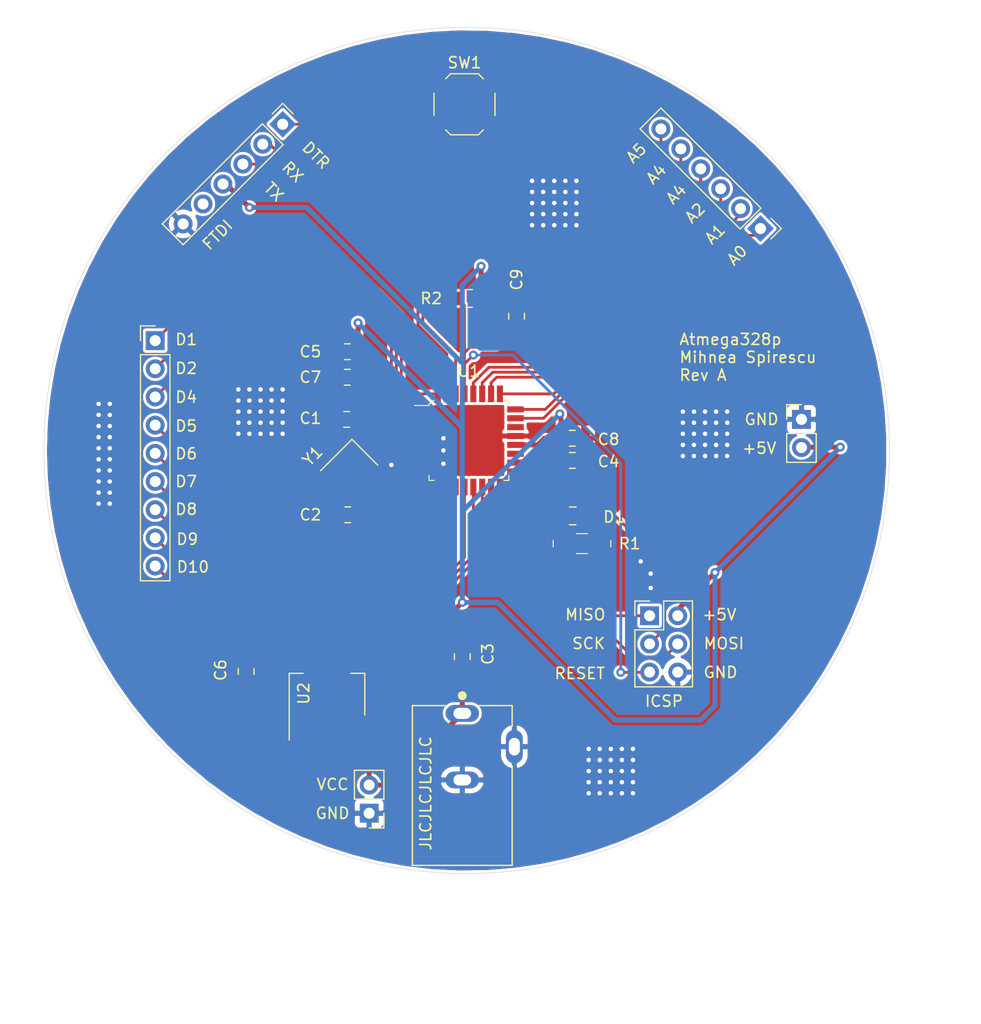
<source format=kicad_pcb>
(kicad_pcb (version 20171130) (host pcbnew "(5.1.6-0-10_14)")
  (layers (0 F.Cu signal) (31 B.Cu signal) (34 B.Paste user) (35 F.Paste user) (36 B.SilkS user) (37 F.SilkS user) (38 B.Mask user) (39 F.Mask user) (44 Edge.Cuts user))
  (net 0 "")
  (net 1 GND)
  (net 2 /XTAL1)
  (net 3 /XTAL2)
  (net 4 VCC)
  (net 5 +5V)
  (net 6 /RESET)
  (net 7 /DTR)
  (net 8 "Net-(D1-Pad1)")
  (net 9 /MISO)
  (net 10 /SCK)
  (net 11 /MOSI)
  (net 12 /TXD)
  (net 13 /RXD)
  (net 14 /A5)
  (net 15 /A4)
  (net 16 /A3)
  (net 17 /A2)
  (net 18 /A1)
  (net 19 /A0)
  (net 20 /D2)
  (net 21 /D3)
  (net 22 /D4)
  (net 23 /D5)
  (net 24 /D6)
  (net 25 /D7)
  (net 26 /D8)
  (net 27 /D9)
  (net 28 /D10)
  (net 29 "Net-(U1-Pad19)")
  (net 30 "Net-(U1-Pad22)")
  (net 31 /CTS)
  (module PJ-102B:CUI_PJ-102B (layer F.Cu) (at 61 85.8 270)
    (fp_text reference J1 hide)
    (fp_text value PJ-102B)
    (pad 1 thru_hole oval (at -6.5 0 270) (size 1.508 3.016) (drill oval 1 1.6) (layers *.Cu *.Mask) (net 4 VCC))
    (pad 2 thru_hole oval (at -0.5 0 270) (size 1.508 3.016) (drill oval 1 1.6) (layers *.Cu *.Mask) (net 1 GND))
    (pad 3 thru_hole oval (at -3.5 -4.7 270) (size 3.016 1.508) (drill oval 1.6 1) (layers *.Cu *.Mask) (net 1 GND))
  )
  (module Capacitor_SMD:C_0805_2012Metric_Pad1.15x1.40mm_HandSolder (layer F.Cu) (at 50.575 52.8 180)
    (fp_text reference C1 (at 3.275 0.1) (layer F.SilkS))
    (fp_text value 22pf)
    (pad 2 smd roundrect (at 1.025 0 180) (size 1.15 1.4) (layers F.Cu F.Paste F.Mask) (roundrect_rratio 0.217391) (net 1 GND))
    (pad 1 smd roundrect (at -1.025 0 180) (size 1.15 1.4) (layers F.Cu F.Paste F.Mask) (roundrect_rratio 0.217391) (net 2 /XTAL1))
  )
  (module Capacitor_SMD:C_0805_2012Metric_Pad1.15x1.40mm_HandSolder (layer F.Cu) (at 50.675 61.4 180)
    (fp_text reference C2 (at 3.375 0) (layer F.SilkS))
    (fp_text value 22pf)
    (pad 1 smd roundrect (at -1.025 0 180) (size 1.15 1.4) (layers F.Cu F.Paste F.Mask) (roundrect_rratio 0.217391) (net 3 /XTAL2))
    (pad 2 smd roundrect (at 1.025 0 180) (size 1.15 1.4) (layers F.Cu F.Paste F.Mask) (roundrect_rratio 0.217391) (net 1 GND))
  )
  (module Capacitor_SMD:C_0805_2012Metric_Pad1.15x1.40mm_HandSolder (layer F.Cu) (at 61 74.175 90)
    (fp_text reference C3 (at 0.225 2.3 90) (layer F.SilkS))
    (fp_text value 10uf)
    (pad 2 smd roundrect (at 1.025 0 90) (size 1.15 1.4) (layers F.Cu F.Paste F.Mask) (roundrect_rratio 0.217391) (net 1 GND))
    (pad 1 smd roundrect (at -1.025 0 90) (size 1.15 1.4) (layers F.Cu F.Paste F.Mask) (roundrect_rratio 0.217391) (net 4 VCC))
  )
  (module Capacitor_SMD:C_0805_2012Metric_Pad1.15x1.40mm_HandSolder (layer F.Cu) (at 70.925 56.5 180)
    (fp_text reference C4 (at -3.275 -0.1) (layer F.SilkS))
    (fp_text value 100nf)
    (pad 1 smd roundrect (at -1.025 0 180) (size 1.15 1.4) (layers F.Cu F.Paste F.Mask) (roundrect_rratio 0.217391) (net 1 GND))
    (pad 2 smd roundrect (at 1.025 0 180) (size 1.15 1.4) (layers F.Cu F.Paste F.Mask) (roundrect_rratio 0.217391) (net 5 +5V))
  )
  (module Capacitor_SMD:C_0805_2012Metric_Pad1.15x1.40mm_HandSolder (layer F.Cu) (at 50.625 49)
    (fp_text reference C5 (at -3.325 -2.3) (layer F.SilkS))
    (fp_text value 100nf)
    (pad 2 smd roundrect (at 1.025 0) (size 1.15 1.4) (layers F.Cu F.Paste F.Mask) (roundrect_rratio 0.217391) (net 5 +5V))
    (pad 1 smd roundrect (at -1.025 0) (size 1.15 1.4) (layers F.Cu F.Paste F.Mask) (roundrect_rratio 0.217391) (net 1 GND))
  )
  (module Capacitor_SMD:C_0805_2012Metric_Pad1.15x1.40mm_HandSolder (layer F.Cu) (at 41.5 75.525 270)
    (fp_text reference C6 (at -0.125 2.3 90) (layer F.SilkS))
    (fp_text value 22uf)
    (pad 1 smd roundrect (at -1.025 0 270) (size 1.15 1.4) (layers F.Cu F.Paste F.Mask) (roundrect_rratio 0.217391) (net 5 +5V))
    (pad 2 smd roundrect (at 1.025 0 270) (size 1.15 1.4) (layers F.Cu F.Paste F.Mask) (roundrect_rratio 0.217391) (net 1 GND))
  )
  (module Capacitor_SMD:C_0805_2012Metric_Pad1.15x1.40mm_HandSolder (layer F.Cu) (at 50.625 46.7 180)
    (fp_text reference C7 (at 3.325 -2.3) (layer F.SilkS))
    (fp_text value 100nf)
    (pad 1 smd roundrect (at -1.025 0 180) (size 1.15 1.4) (layers F.Cu F.Paste F.Mask) (roundrect_rratio 0.217391) (net 5 +5V))
    (pad 2 smd roundrect (at 1.025 0 180) (size 1.15 1.4) (layers F.Cu F.Paste F.Mask) (roundrect_rratio 0.217391) (net 1 GND))
  )
  (module Capacitor_SMD:C_0805_2012Metric_Pad1.15x1.40mm_HandSolder (layer F.Cu) (at 70.925 54.5)
    (fp_text reference C8 (at 3.275 0.1) (layer F.SilkS))
    (fp_text value 100nf)
    (pad 2 smd roundrect (at 1.025 0) (size 1.15 1.4) (layers F.Cu F.Paste F.Mask) (roundrect_rratio 0.217391) (net 1 GND))
    (pad 1 smd roundrect (at -1.025 0) (size 1.15 1.4) (layers F.Cu F.Paste F.Mask) (roundrect_rratio 0.217391) (net 5 +5V))
  )
  (module Capacitor_SMD:C_0805_2012Metric_Pad1.15x1.40mm_HandSolder (layer F.Cu) (at 65.9 43.5 90)
    (fp_text reference C9 (at 3.3 0 90) (layer F.SilkS))
    (fp_text value 0.1uf)
    (pad 1 smd roundrect (at -1.025 0 90) (size 1.15 1.4) (layers F.Cu F.Paste F.Mask) (roundrect_rratio 0.217391) (net 6 /RESET))
    (pad 2 smd roundrect (at 1.025 0 90) (size 1.15 1.4) (layers F.Cu F.Paste F.Mask) (roundrect_rratio 0.217391) (net 7 /DTR))
  )
  (module digikey-footprints:1206 (layer F.Cu) (at 71.8 64)
    (fp_text reference D1 (at 2.9 -2.4) (layer F.SilkS))
    (fp_text value LTST-C150CKT)
    (pad 1 smd rect (at -1.8 0) (size 1.5 1.8) (layers F.Cu F.Paste F.Mask) (net 8 "Net-(D1-Pad1)"))
    (pad 2 smd rect (at 1.8 0) (size 1.5 1.8) (layers F.Cu F.Paste F.Mask) (net 1 GND))
  )
  (module Connector_PinHeader_2.54mm:PinHeader_1x02_P2.54mm_Vertical (layer F.Cu) (at 52.6 88.3 180)
    (fp_text reference J2 hide)
    (fp_text value Conn_01x02)
    (pad 1 thru_hole rect (at 0 0 180) (size 1.7 1.7) (drill 1) (layers *.Cu *.Mask) (net 1 GND))
    (pad 2 thru_hole oval (at 0 2.54 180) (size 1.7 1.7) (drill 1) (layers *.Cu *.Mask) (net 4 VCC))
  )
  (module Connector_PinHeader_2.54mm:PinHeader_1x02_P2.54mm_Vertical (layer F.Cu) (at 91.6 52.8)
    (fp_text reference J3 hide)
    (fp_text value Conn_01x02)
    (pad 2 thru_hole oval (at 0 2.54) (size 1.7 1.7) (drill 1) (layers *.Cu *.Mask) (net 5 +5V))
    (pad 1 thru_hole rect (at 0 0) (size 1.7 1.7) (drill 1) (layers *.Cu *.Mask) (net 1 GND))
  )
  (module Connector_PinHeader_2.54mm:PinHeader_2x03_P2.54mm_Vertical (layer F.Cu) (at 77.9 70.5)
    (fp_text reference J4 hide)
    (fp_text value Conn_02x03_Counter_Clockwise)
    (pad 1 thru_hole rect (at 0 0) (size 1.7 1.7) (drill 1) (layers *.Cu *.Mask) (net 9 /MISO))
    (pad 2 thru_hole oval (at 2.54 0) (size 1.7 1.7) (drill 1) (layers *.Cu *.Mask) (net 5 +5V))
    (pad 3 thru_hole oval (at 0 2.54) (size 1.7 1.7) (drill 1) (layers *.Cu *.Mask) (net 10 /SCK))
    (pad 4 thru_hole oval (at 2.54 2.54) (size 1.7 1.7) (drill 1) (layers *.Cu *.Mask) (net 11 /MOSI))
    (pad 5 thru_hole oval (at 0 5.08) (size 1.7 1.7) (drill 1) (layers *.Cu *.Mask) (net 6 /RESET))
    (pad 6 thru_hole oval (at 2.54 5.08) (size 1.7 1.7) (drill 1) (layers *.Cu *.Mask) (net 1 GND))
  )
  (module Connector_PinHeader_2.54mm:PinHeader_1x06_P2.54mm_Vertical (layer F.Cu) (at 44.8 26.2 315)
    (fp_text reference J5 hide)
    (fp_text value Conn_01x06)
    (pad 1 thru_hole rect (at 0 0 315) (size 1.7 1.7) (drill 1) (layers *.Cu *.Mask) (net 7 /DTR))
    (pad 2 thru_hole oval (at 0 2.54 315) (size 1.7 1.7) (drill 1) (layers *.Cu *.Mask) (net 13 /RXD))
    (pad 3 thru_hole oval (at 0 5.08 315) (size 1.7 1.7) (drill 1) (layers *.Cu *.Mask) (net 12 /TXD))
    (pad 4 thru_hole oval (at 0 7.62 315) (size 1.7 1.7) (drill 1) (layers *.Cu *.Mask) (net 5 +5V))
    (pad 5 thru_hole oval (at 0 10.16 315) (size 1.7 1.7) (drill 1) (layers *.Cu *.Mask) (net 31 /CTS))
    (pad 6 thru_hole oval (at 0 12.7 315) (size 1.7 1.7) (drill 1) (layers *.Cu *.Mask) (net 1 GND))
  )
  (module Connector_PinHeader_2.54mm:PinHeader_1x06_P2.54mm_Vertical (layer F.Cu) (at 87.9 35.6 225)
    (fp_text reference J6 hide)
    (fp_text value Conn_01x06_Female)
    (pad 6 thru_hole oval (at 0 12.7 225) (size 1.7 1.7) (drill 1) (layers *.Cu *.Mask) (net 14 /A5))
    (pad 5 thru_hole oval (at 0 10.16 225) (size 1.7 1.7) (drill 1) (layers *.Cu *.Mask) (net 15 /A4))
    (pad 4 thru_hole oval (at 0 7.62 225) (size 1.7 1.7) (drill 1) (layers *.Cu *.Mask) (net 16 /A3))
    (pad 3 thru_hole oval (at 0 5.08 225) (size 1.7 1.7) (drill 1) (layers *.Cu *.Mask) (net 17 /A2))
    (pad 2 thru_hole oval (at 0 2.54 225) (size 1.7 1.7) (drill 1) (layers *.Cu *.Mask) (net 18 /A1))
    (pad 1 thru_hole rect (at 0 0 225) (size 1.7 1.7) (drill 1) (layers *.Cu *.Mask) (net 19 /A0))
  )
  (module Connector_PinHeader_2.54mm:PinHeader_1x09_P2.54mm_Vertical (layer F.Cu) (at 33.3 45.7)
    (fp_text reference J7 hide)
    (fp_text value Conn_01x09_Female)
    (pad 1 thru_hole rect (at 0 0) (size 1.7 1.7) (drill 1) (layers *.Cu *.Mask) (net 20 /D2))
    (pad 2 thru_hole oval (at 0 2.54) (size 1.7 1.7) (drill 1) (layers *.Cu *.Mask) (net 21 /D3))
    (pad 3 thru_hole oval (at 0 5.08) (size 1.7 1.7) (drill 1) (layers *.Cu *.Mask) (net 22 /D4))
    (pad 4 thru_hole oval (at 0 7.62) (size 1.7 1.7) (drill 1) (layers *.Cu *.Mask) (net 23 /D5))
    (pad 5 thru_hole oval (at 0 10.16) (size 1.7 1.7) (drill 1) (layers *.Cu *.Mask) (net 24 /D6))
    (pad 6 thru_hole oval (at 0 12.7) (size 1.7 1.7) (drill 1) (layers *.Cu *.Mask) (net 25 /D7))
    (pad 7 thru_hole oval (at 0 15.24) (size 1.7 1.7) (drill 1) (layers *.Cu *.Mask) (net 26 /D8))
    (pad 8 thru_hole oval (at 0 17.78) (size 1.7 1.7) (drill 1) (layers *.Cu *.Mask) (net 27 /D9))
    (pad 9 thru_hole oval (at 0 20.32) (size 1.7 1.7) (drill 1) (layers *.Cu *.Mask) (net 28 /D10))
  )
  (module digikey-footprints:0805 (layer F.Cu) (at 70.95 61.5 180)
    (fp_text reference R1 (at -5.15 -2.5) (layer F.SilkS))
    (fp_text value 330)
    (pad 2 smd rect (at 1.05 0 180) (size 1.2 1.2) (layers F.Cu F.Paste F.Mask) (net 10 /SCK))
    (pad 1 smd rect (at -1.05 0 180) (size 1.2 1.2) (layers F.Cu F.Paste F.Mask) (net 8 "Net-(D1-Pad1)"))
  )
  (module digikey-footprints:0805 (layer F.Cu) (at 61.6 41.9 180)
    (fp_text reference R2 (at 3.4 0) (layer F.SilkS))
    (fp_text value 10k)
    (pad 1 smd rect (at -1.05 0 180) (size 1.2 1.2) (layers F.Cu F.Paste F.Mask) (net 5 +5V))
    (pad 2 smd rect (at 1.05 0 180) (size 1.2 1.2) (layers F.Cu F.Paste F.Mask) (net 6 /RESET))
  )
  (module Button_Switch_SMD:SW_SPST_TL3342 (layer F.Cu) (at 61.2 24.4)
    (fp_text reference SW1 (at 0 -3.75) (layer F.SilkS))
    (fp_text value SW_SPST)
    (pad 1 smd rect (at -3.15 -1.9) (size 1.7 1) (layers F.Cu F.Paste F.Mask) (net 6 /RESET))
    (pad 1 smd rect (at 3.15 -1.9) (size 1.7 1) (layers F.Cu F.Paste F.Mask) (net 6 /RESET))
    (pad 2 smd rect (at -3.15 1.9) (size 1.7 1) (layers F.Cu F.Paste F.Mask) (net 1 GND))
    (pad 2 smd rect (at 3.15 1.9) (size 1.7 1) (layers F.Cu F.Paste F.Mask) (net 1 GND))
  )
  (module digikey-footprints:TQFP-32_7x7mm (layer F.Cu) (at 61.6 54.7)
    (fp_text reference U1 (at 0 -6.25) (layer F.SilkS))
    (fp_text value ATMEGA328P-AUR)
    (pad 9 smd rect (at -2.8 4.2) (size 0.55 1.5) (layers F.Cu F.Paste F.Mask) (net 23 /D5))
    (pad 1 smd rect (at -4.2 -2.8) (size 1.5 0.55) (layers F.Cu F.Paste F.Mask) (net 21 /D3))
    (pad 2 smd rect (at -4.2 -2) (size 1.5 0.55) (layers F.Cu F.Paste F.Mask) (net 22 /D4))
    (pad 3 smd rect (at -4.2 -1.2) (size 1.5 0.55) (layers F.Cu F.Paste F.Mask) (net 1 GND))
    (pad 4 smd rect (at -4.2 -0.4) (size 1.5 0.55) (layers F.Cu F.Paste F.Mask) (net 5 +5V))
    (pad 5 smd rect (at -4.2 0.4) (size 1.5 0.55) (layers F.Cu F.Paste F.Mask) (net 1 GND))
    (pad 6 smd rect (at -4.2 1.2) (size 1.5 0.55) (layers F.Cu F.Paste F.Mask) (net 5 +5V))
    (pad 7 smd rect (at -4.2 2) (size 1.5 0.55) (layers F.Cu F.Paste F.Mask) (net 2 /XTAL1))
    (pad 8 smd rect (at -4.2 2.8) (size 1.5 0.55) (layers F.Cu F.Paste F.Mask) (net 3 /XTAL2))
    (pad 10 smd rect (at -2 4.2) (size 0.55 1.5) (layers F.Cu F.Paste F.Mask) (net 24 /D6))
    (pad 11 smd rect (at -1.2 4.2) (size 0.55 1.5) (layers F.Cu F.Paste F.Mask) (net 25 /D7))
    (pad 12 smd rect (at -0.4 4.2) (size 0.55 1.5) (layers F.Cu F.Paste F.Mask) (net 26 /D8))
    (pad 13 smd rect (at 0.4 4.2) (size 0.55 1.5) (layers F.Cu F.Paste F.Mask) (net 27 /D9))
    (pad 14 smd rect (at 1.2 4.2) (size 0.55 1.5) (layers F.Cu F.Paste F.Mask) (net 28 /D10))
    (pad 15 smd rect (at 2 4.2) (size 0.55 1.5) (layers F.Cu F.Paste F.Mask) (net 11 /MOSI))
    (pad 16 smd rect (at 2.8 4.2) (size 0.55 1.5) (layers F.Cu F.Paste F.Mask) (net 9 /MISO))
    (pad 17 smd rect (at 4.2 2.8) (size 1.5 0.55) (layers F.Cu F.Paste F.Mask) (net 10 /SCK))
    (pad 18 smd rect (at 4.2 2) (size 1.5 0.55) (layers F.Cu F.Paste F.Mask) (net 5 +5V))
    (pad 19 smd rect (at 4.2 1.2) (size 1.5 0.55) (layers F.Cu F.Paste F.Mask) (net 29 "Net-(U1-Pad19)"))
    (pad 20 smd rect (at 4.2 0.4) (size 1.5 0.55) (layers F.Cu F.Paste F.Mask) (net 5 +5V))
    (pad 21 smd rect (at 4.2 -0.4) (size 1.5 0.55) (layers F.Cu F.Paste F.Mask) (net 1 GND))
    (pad 22 smd rect (at 4.2 -1.2) (size 1.5 0.55) (layers F.Cu F.Paste F.Mask) (net 30 "Net-(U1-Pad22)"))
    (pad 23 smd rect (at 4.2 -2) (size 1.5 0.55) (layers F.Cu F.Paste F.Mask) (net 19 /A0))
    (pad 24 smd rect (at 4.2 -2.8) (size 1.5 0.55) (layers F.Cu F.Paste F.Mask) (net 18 /A1))
    (pad 25 smd rect (at 2.8 -4.2) (size 0.55 1.5) (layers F.Cu F.Paste F.Mask) (net 17 /A2))
    (pad 26 smd rect (at 2 -4.2) (size 0.55 1.5) (layers F.Cu F.Paste F.Mask) (net 16 /A3))
    (pad 27 smd rect (at 1.2 -4.2) (size 0.55 1.5) (layers F.Cu F.Paste F.Mask) (net 15 /A4))
    (pad 28 smd rect (at 0.4 -4.2) (size 0.55 1.5) (layers F.Cu F.Paste F.Mask) (net 14 /A5))
    (pad 29 smd rect (at -0.4 -4.2) (size 0.55 1.5) (layers F.Cu F.Paste F.Mask) (net 6 /RESET))
    (pad 30 smd rect (at -1.2 -4.2) (size 0.55 1.5) (layers F.Cu F.Paste F.Mask) (net 13 /RXD))
    (pad 31 smd rect (at -2 -4.2) (size 0.55 1.5) (layers F.Cu F.Paste F.Mask) (net 12 /TXD))
    (pad 32 smd rect (at -2.8 -4.2) (size 0.55 1.5) (layers F.Cu F.Paste F.Mask) (net 20 /D2))
  )
  (module Package_TO_SOT_SMD:SOT-223-3_TabPin2 (layer F.Cu) (at 48.8 77.6 90)
    (fp_text reference U2 (at 0.1 -2.1 90) (layer F.SilkS))
    (fp_text value AZ1117CH-5.0TRG1)
    (pad 2 smd rect (at 3.15 0 90) (size 2 3.8) (layers F.Cu F.Paste F.Mask) (net 5 +5V))
    (pad 2 smd rect (at -3.15 0 90) (size 2 1.5) (layers F.Cu F.Paste F.Mask) (net 5 +5V))
    (pad 3 smd rect (at -3.15 2.3 90) (size 2 1.5) (layers F.Cu F.Paste F.Mask) (net 4 VCC))
    (pad 1 smd rect (at -3.15 -2.3 90) (size 2 1.5) (layers F.Cu F.Paste F.Mask) (net 1 GND))
  )
  (module Crystal:Crystal_SMD_3225-4Pin_3.2x2.5mm (layer F.Cu) (at 50.8 57.176777 225)
    (fp_text reference Y1 (at 1.572056 3.094849 45) (layer F.SilkS))
    (fp_text value 16Mhz)
    (pad 1 smd rect (at -1.1 0.85 225) (size 1.4 1.2) (layers F.Cu F.Paste F.Mask) (net 2 /XTAL1))
    (pad 2 smd rect (at 1.1 0.85 225) (size 1.4 1.2) (layers F.Cu F.Paste F.Mask) (net 1 GND))
    (pad 3 smd rect (at 1.1 -0.85 225) (size 1.4 1.2) (layers F.Cu F.Paste F.Mask) (net 3 /XTAL2))
    (pad 4 smd rect (at -1.1 -0.85 225) (size 1.4 1.2) (layers F.Cu F.Paste F.Mask) (net 1 GND))
  )
  (gr_text JLCJLCJLCJLC (at 57.7 86.5 90) (layer F.SilkS) (effects (font (size 1 1))))
  (gr_text "Atmega328p \nMihnea Spirescu\nRev A" (at 80.5 47.2) (layer F.SilkS) (effects (font (size 1 1)) (justify left)))
  (gr_text +5V (at 84.2 70.4) (layer F.SilkS) (effects (font (size 1 1))))
  (gr_text GND (at 84.3 75.6) (layer F.SilkS) (effects (font (size 1 1))))
  (gr_text MOSI (at 84.6 73) (layer F.SilkS) (effects (font (size 1 1))))
  (gr_text RESET (at 71.6 75.7) (layer F.SilkS) (effects (font (size 1 1))))
  (gr_text "MISO\n" (at 72.1 70.4) (layer F.SilkS) (effects (font (size 1 1))))
  (gr_text SCK (at 72.4 73) (layer F.SilkS) (effects (font (size 1 1))))
  (gr_text DTR (at 47.8 29 -45) (layer F.SilkS) (effects (font (size 1 1))))
  (gr_text "TX\n" (at 44 32.3 -45) (layer F.SilkS) (effects (font (size 1 1))))
  (gr_text RX (at 45.7 30.5 -45) (layer F.SilkS) (effects (font (size 1 1))))
  (gr_text A0 (at 85.8 38 45) (layer F.SilkS) (effects (font (size 1 1))))
  (gr_text A1 (at 83.8 36.1 45) (layer F.SilkS) (effects (font (size 1 1))))
  (gr_text A2 (at 82 34.2 45) (layer F.SilkS) (effects (font (size 1 1))))
  (gr_text A4 (at 80.3 32.5 45) (layer F.SilkS) (effects (font (size 1 1))))
  (gr_text A4 (at 78.5 30.7 45) (layer F.SilkS) (effects (font (size 1 1))))
  (gr_text A5 (at 76.7 28.8 45) (layer F.SilkS) (effects (font (size 1 1))))
  (gr_text D1 (at 36.1 45.6) (layer F.SilkS) (effects (font (size 1 1))))
  (gr_text D2 (at 36.1 48.2) (layer F.SilkS) (effects (font (size 1 1))))
  (gr_text D4 (at 36.1 50.8) (layer F.SilkS) (effects (font (size 1 1))))
  (gr_text D5 (at 36.1 53.4) (layer F.SilkS) (effects (font (size 1 1))))
  (gr_text "D6\n" (at 36.1 55.9) (layer F.SilkS) (effects (font (size 1 1))))
  (gr_text "D7\n" (at 36.1 58.4) (layer F.SilkS) (effects (font (size 1 1))))
  (gr_text D8 (at 36.1 60.9) (layer F.SilkS) (effects (font (size 1 1))))
  (gr_text D9 (at 36.2 63.6) (layer F.SilkS) (effects (font (size 1 1))))
  (gr_text D10 (at 36.7 66.1) (layer F.SilkS) (effects (font (size 1 1))))
  (gr_text "+5V\n" (at 87.8 55.4) (layer F.SilkS) (effects (font (size 1 1))))
  (gr_text GND (at 88 52.8) (layer F.SilkS) (effects (font (size 1 1))))
  (gr_text VCC (at 49.3 85.7) (layer F.SilkS) (effects (font (size 1 1))))
  (gr_text GND (at 49.3 88.3) (layer F.SilkS) (effects (font (size 1 1))))
  (gr_text ICSP (at 79.2 78.2) (layer F.SilkS) (effects (font (size 1 1))))
  (gr_text "FTDI " (at 39.2 35.9 45) (layer F.SilkS) (effects (font (size 1 1))))
  (gr_circle (center 61.4 55.6) (end 99.4 58.8) (layer Edge.Cuts) (width 0.05))
  (via (at 68.3 31.3) (size 0.8) (drill 0.4) (layers F.Cu B.Cu) (net 1))
  (via (at 71.3 33.3) (size 0.8) (drill 0.4) (layers F.Cu B.Cu) (net 1))
  (via (at 70.3 34.3) (size 0.8) (drill 0.4) (layers F.Cu B.Cu) (net 1))
  (via (at 67.3 33.3) (size 0.8) (drill 0.4) (layers F.Cu B.Cu) (net 1))
  (via (at 68.3 35.3) (size 0.8) (drill 0.4) (layers F.Cu B.Cu) (net 1))
  (via (at 68.3 34.3) (size 0.8) (drill 0.4) (layers F.Cu B.Cu) (net 1))
  (via (at 71.3 31.3) (size 0.8) (drill 0.4) (layers F.Cu B.Cu) (net 1))
  (via (at 70.3 35.3) (size 0.8) (drill 0.4) (layers F.Cu B.Cu) (net 1))
  (via (at 67.3 34.3) (size 0.8) (drill 0.4) (layers F.Cu B.Cu) (net 1))
  (via (at 71.3 35.3) (size 0.8) (drill 0.4) (layers F.Cu B.Cu) (net 1))
  (via (at 67.3 35.3) (size 0.8) (drill 0.4) (layers F.Cu B.Cu) (net 1))
  (via (at 67.3 32.3) (size 0.8) (drill 0.4) (layers F.Cu B.Cu) (net 1))
  (via (at 69.3 35.3) (size 0.8) (drill 0.4) (layers F.Cu B.Cu) (net 1))
  (via (at 68.3 32.3) (size 0.8) (drill 0.4) (layers F.Cu B.Cu) (net 1))
  (via (at 71.3 34.3) (size 0.8) (drill 0.4) (layers F.Cu B.Cu) (net 1))
  (via (at 70.3 31.3) (size 0.8) (drill 0.4) (layers F.Cu B.Cu) (net 1))
  (via (at 70.3 33.3) (size 0.8) (drill 0.4) (layers F.Cu B.Cu) (net 1))
  (via (at 71.3 32.3) (size 0.8) (drill 0.4) (layers F.Cu B.Cu) (net 1))
  (via (at 70.3 32.3) (size 0.8) (drill 0.4) (layers F.Cu B.Cu) (net 1))
  (via (at 68.3 33.3) (size 0.8) (drill 0.4) (layers F.Cu B.Cu) (net 1))
  (via (at 69.3 31.3) (size 0.8) (drill 0.4) (layers F.Cu B.Cu) (net 1))
  (via (at 69.3 34.3) (size 0.8) (drill 0.4) (layers F.Cu B.Cu) (net 1))
  (via (at 69.3 33.3) (size 0.8) (drill 0.4) (layers F.Cu B.Cu) (net 1))
  (via (at 69.3 32.3) (size 0.8) (drill 0.4) (layers F.Cu B.Cu) (net 1))
  (via (at 67.3 31.3) (size 0.8) (drill 0.4) (layers F.Cu B.Cu) (net 1))
  (via (at 41.8 50.1) (size 0.8) (drill 0.4) (layers F.Cu B.Cu) (net 1))
  (via (at 44.8 52.1) (size 0.8) (drill 0.4) (layers F.Cu B.Cu) (net 1))
  (via (at 43.8 53.1) (size 0.8) (drill 0.4) (layers F.Cu B.Cu) (net 1))
  (via (at 40.8 52.1) (size 0.8) (drill 0.4) (layers F.Cu B.Cu) (net 1))
  (via (at 41.8 54.1) (size 0.8) (drill 0.4) (layers F.Cu B.Cu) (net 1))
  (via (at 41.8 53.1) (size 0.8) (drill 0.4) (layers F.Cu B.Cu) (net 1))
  (via (at 44.8 50.1) (size 0.8) (drill 0.4) (layers F.Cu B.Cu) (net 1))
  (via (at 43.8 54.1) (size 0.8) (drill 0.4) (layers F.Cu B.Cu) (net 1))
  (via (at 40.8 53.1) (size 0.8) (drill 0.4) (layers F.Cu B.Cu) (net 1))
  (via (at 44.8 54.1) (size 0.8) (drill 0.4) (layers F.Cu B.Cu) (net 1))
  (via (at 40.8 54.1) (size 0.8) (drill 0.4) (layers F.Cu B.Cu) (net 1))
  (via (at 40.8 51.1) (size 0.8) (drill 0.4) (layers F.Cu B.Cu) (net 1))
  (via (at 42.8 54.1) (size 0.8) (drill 0.4) (layers F.Cu B.Cu) (net 1))
  (via (at 41.8 51.1) (size 0.8) (drill 0.4) (layers F.Cu B.Cu) (net 1))
  (via (at 44.8 53.1) (size 0.8) (drill 0.4) (layers F.Cu B.Cu) (net 1))
  (via (at 43.8 50.1) (size 0.8) (drill 0.4) (layers F.Cu B.Cu) (net 1))
  (via (at 43.8 52.1) (size 0.8) (drill 0.4) (layers F.Cu B.Cu) (net 1))
  (via (at 44.8 51.1) (size 0.8) (drill 0.4) (layers F.Cu B.Cu) (net 1))
  (via (at 43.8 51.1) (size 0.8) (drill 0.4) (layers F.Cu B.Cu) (net 1))
  (via (at 41.8 52.1) (size 0.8) (drill 0.4) (layers F.Cu B.Cu) (net 1))
  (via (at 42.8 50.1) (size 0.8) (drill 0.4) (layers F.Cu B.Cu) (net 1))
  (via (at 42.8 53.1) (size 0.8) (drill 0.4) (layers F.Cu B.Cu) (net 1))
  (via (at 42.8 52.1) (size 0.8) (drill 0.4) (layers F.Cu B.Cu) (net 1))
  (via (at 42.8 51.1) (size 0.8) (drill 0.4) (layers F.Cu B.Cu) (net 1))
  (via (at 40.8 50.1) (size 0.8) (drill 0.4) (layers F.Cu B.Cu) (net 1))
  (via (at 73.4 82.5) (size 0.8) (drill 0.4) (layers F.Cu B.Cu) (net 1))
  (via (at 76.4 84.5) (size 0.8) (drill 0.4) (layers F.Cu B.Cu) (net 1))
  (via (at 75.4 85.5) (size 0.8) (drill 0.4) (layers F.Cu B.Cu) (net 1))
  (via (at 72.4 84.5) (size 0.8) (drill 0.4) (layers F.Cu B.Cu) (net 1))
  (via (at 73.4 86.5) (size 0.8) (drill 0.4) (layers F.Cu B.Cu) (net 1))
  (via (at 73.4 85.5) (size 0.8) (drill 0.4) (layers F.Cu B.Cu) (net 1))
  (via (at 76.4 82.5) (size 0.8) (drill 0.4) (layers F.Cu B.Cu) (net 1))
  (via (at 75.4 86.5) (size 0.8) (drill 0.4) (layers F.Cu B.Cu) (net 1))
  (via (at 72.4 85.5) (size 0.8) (drill 0.4) (layers F.Cu B.Cu) (net 1))
  (via (at 76.4 86.5) (size 0.8) (drill 0.4) (layers F.Cu B.Cu) (net 1))
  (via (at 72.4 86.5) (size 0.8) (drill 0.4) (layers F.Cu B.Cu) (net 1))
  (via (at 72.4 83.5) (size 0.8) (drill 0.4) (layers F.Cu B.Cu) (net 1))
  (via (at 74.4 86.5) (size 0.8) (drill 0.4) (layers F.Cu B.Cu) (net 1))
  (via (at 73.4 83.5) (size 0.8) (drill 0.4) (layers F.Cu B.Cu) (net 1))
  (via (at 76.4 85.5) (size 0.8) (drill 0.4) (layers F.Cu B.Cu) (net 1))
  (via (at 75.4 82.5) (size 0.8) (drill 0.4) (layers F.Cu B.Cu) (net 1))
  (via (at 75.4 84.5) (size 0.8) (drill 0.4) (layers F.Cu B.Cu) (net 1))
  (via (at 76.4 83.5) (size 0.8) (drill 0.4) (layers F.Cu B.Cu) (net 1))
  (via (at 75.4 83.5) (size 0.8) (drill 0.4) (layers F.Cu B.Cu) (net 1))
  (via (at 73.4 84.5) (size 0.8) (drill 0.4) (layers F.Cu B.Cu) (net 1))
  (via (at 74.4 82.5) (size 0.8) (drill 0.4) (layers F.Cu B.Cu) (net 1))
  (via (at 74.4 85.5) (size 0.8) (drill 0.4) (layers F.Cu B.Cu) (net 1))
  (via (at 74.4 84.5) (size 0.8) (drill 0.4) (layers F.Cu B.Cu) (net 1))
  (via (at 74.4 83.5) (size 0.8) (drill 0.4) (layers F.Cu B.Cu) (net 1))
  (via (at 72.4 82.5) (size 0.8) (drill 0.4) (layers F.Cu B.Cu) (net 1))
  (via (at 80.9 52.1) (size 0.8) (drill 0.4) (layers F.Cu B.Cu) (net 1))
  (via (at 59.3 54.5) (size 0.8) (drill 0.4) (layers F.Cu B.Cu) (net 1))
  (via (at 59.3 56.8) (size 0.8) (drill 0.4) (layers F.Cu B.Cu) (net 1))
  (segment (start 58.7 55.1) (end 59.3 54.5) (width 0.25) (layer F.Cu) (net 1))
  (segment (start 57.4 55.1) (end 58.7 55.1) (width 0.25) (layer F.Cu) (net 1))
  (via (at 54.6 56.9) (size 0.8) (drill 0.4) (layers F.Cu B.Cu) (net 1))
  (segment (start 54.8 57) (end 55 56.8) (width 0.25) (layer F.Cu) (net 1))
  (segment (start 52.7 57) (end 54.8 57) (width 0.25) (layer F.Cu) (net 1))
  (segment (start 58.3 53.5) (end 59.3 54.5) (width 0.25) (layer F.Cu) (net 1))
  (segment (start 57.4 53.5) (end 58.3 53.5) (width 0.25) (layer F.Cu) (net 1))
  (segment (start 59.3 56.8) (end 59.3 55.6) (width 0.25) (layer F.Cu) (net 1))
  (segment (start 59.3 55.6) (end 59.3 54.5) (width 0.25) (layer F.Cu) (net 1))
  (via (at 59.3 55.6) (size 0.8) (drill 0.4) (layers F.Cu B.Cu) (net 1))
  (segment (start 59.5 54.3) (end 59.3 54.5) (width 0.25) (layer F.Cu) (net 1))
  (segment (start 65.8 54.3) (end 59.5 54.3) (width 0.25) (layer F.Cu) (net 1))
  (via (at 78 66.7) (size 0.8) (drill 0.4) (layers F.Cu B.Cu) (net 1))
  (via (at 78 68) (size 0.8) (drill 0.4) (layers F.Cu B.Cu) (net 1))
  (via (at 77.1 65.6) (size 0.8) (drill 0.4) (layers F.Cu B.Cu) (net 1))
  (via (at 81.9 52.1) (size 0.8) (drill 0.4) (layers F.Cu B.Cu) (net 1))
  (via (at 82.9 52.1) (size 0.8) (drill 0.4) (layers F.Cu B.Cu) (net 1))
  (via (at 83.9 52.1) (size 0.8) (drill 0.4) (layers F.Cu B.Cu) (net 1))
  (via (at 84.9 52.1) (size 0.8) (drill 0.4) (layers F.Cu B.Cu) (net 1))
  (via (at 80.9 53.1) (size 0.8) (drill 0.4) (layers F.Cu B.Cu) (net 1))
  (via (at 81.9 53.1) (size 0.8) (drill 0.4) (layers F.Cu B.Cu) (net 1))
  (via (at 82.9 53.1) (size 0.8) (drill 0.4) (layers F.Cu B.Cu) (net 1))
  (via (at 83.9 53.1) (size 0.8) (drill 0.4) (layers F.Cu B.Cu) (net 1))
  (via (at 84.9 53.1) (size 0.8) (drill 0.4) (layers F.Cu B.Cu) (net 1))
  (via (at 80.9 54.1) (size 0.8) (drill 0.4) (layers F.Cu B.Cu) (net 1))
  (via (at 81.9 54.1) (size 0.8) (drill 0.4) (layers F.Cu B.Cu) (net 1))
  (via (at 82.9 54.1) (size 0.8) (drill 0.4) (layers F.Cu B.Cu) (net 1))
  (via (at 83.9 54.1) (size 0.8) (drill 0.4) (layers F.Cu B.Cu) (net 1))
  (via (at 84.9 54.1) (size 0.8) (drill 0.4) (layers F.Cu B.Cu) (net 1))
  (via (at 80.9 55.1) (size 0.8) (drill 0.4) (layers F.Cu B.Cu) (net 1))
  (via (at 81.9 55.1) (size 0.8) (drill 0.4) (layers F.Cu B.Cu) (net 1))
  (via (at 82.9 55.1) (size 0.8) (drill 0.4) (layers F.Cu B.Cu) (net 1))
  (via (at 83.9 55.1) (size 0.8) (drill 0.4) (layers F.Cu B.Cu) (net 1))
  (via (at 84.9 55.1) (size 0.8) (drill 0.4) (layers F.Cu B.Cu) (net 1))
  (via (at 80.9 56.1) (size 0.8) (drill 0.4) (layers F.Cu B.Cu) (net 1))
  (via (at 81.9 56.1) (size 0.8) (drill 0.4) (layers F.Cu B.Cu) (net 1))
  (via (at 82.9 56.1) (size 0.8) (drill 0.4) (layers F.Cu B.Cu) (net 1))
  (via (at 83.9 56.1) (size 0.8) (drill 0.4) (layers F.Cu B.Cu) (net 1))
  (via (at 84.9 56.1) (size 0.8) (drill 0.4) (layers F.Cu B.Cu) (net 1))
  (via (at 28.2 51.4) (size 0.8) (drill 0.4) (layers F.Cu B.Cu) (net 1))
  (via (at 29.2 51.4) (size 0.8) (drill 0.4) (layers F.Cu B.Cu) (net 1))
  (via (at 28.2 52.4) (size 0.8) (drill 0.4) (layers F.Cu B.Cu) (net 1))
  (via (at 29.2 52.4) (size 0.8) (drill 0.4) (layers F.Cu B.Cu) (net 1))
  (via (at 28.2 53.4) (size 0.8) (drill 0.4) (layers F.Cu B.Cu) (net 1))
  (via (at 29.2 53.4) (size 0.8) (drill 0.4) (layers F.Cu B.Cu) (net 1))
  (via (at 28.2 54.4) (size 0.8) (drill 0.4) (layers F.Cu B.Cu) (net 1))
  (via (at 29.2 54.4) (size 0.8) (drill 0.4) (layers F.Cu B.Cu) (net 1))
  (via (at 28.2 55.4) (size 0.8) (drill 0.4) (layers F.Cu B.Cu) (net 1))
  (via (at 29.2 55.4) (size 0.8) (drill 0.4) (layers F.Cu B.Cu) (net 1))
  (via (at 28.2 56.4) (size 0.8) (drill 0.4) (layers F.Cu B.Cu) (net 1))
  (via (at 29.2 56.4) (size 0.8) (drill 0.4) (layers F.Cu B.Cu) (net 1))
  (via (at 28.2 57.4) (size 0.8) (drill 0.4) (layers F.Cu B.Cu) (net 1))
  (via (at 29.2 57.4) (size 0.8) (drill 0.4) (layers F.Cu B.Cu) (net 1))
  (via (at 28.2 58.4) (size 0.8) (drill 0.4) (layers F.Cu B.Cu) (net 1))
  (via (at 29.2 58.4) (size 0.8) (drill 0.4) (layers F.Cu B.Cu) (net 1))
  (via (at 28.2 59.4) (size 0.8) (drill 0.4) (layers F.Cu B.Cu) (net 1))
  (via (at 29.2 59.4) (size 0.8) (drill 0.4) (layers F.Cu B.Cu) (net 1))
  (via (at 28.2 60.4) (size 0.8) (drill 0.4) (layers F.Cu B.Cu) (net 1))
  (via (at 29.2 60.4) (size 0.8) (drill 0.4) (layers F.Cu B.Cu) (net 1))
  (via (at 62 47) (size 0.8) (drill 0.4) (layers F.Cu B.Cu) (net 6))
  (via (at 75.3 75.6) (size 0.8) (drill 0.4) (layers F.Cu B.Cu) (net 6))
  (via (at 61 69.3) (size 0.8) (drill 0.4) (layers F.Cu B.Cu) (net 5))
  (via (at 51.6 44.1) (size 0.8) (drill 0.4) (layers F.Cu B.Cu) (net 5))
  (via (at 62.7 39) (size 0.8) (drill 0.4) (layers F.Cu B.Cu) (net 5))
  (via (at 69.8 52.3) (size 0.8) (drill 0.4) (layers F.Cu B.Cu) (net 5))
  (via (at 41.8 33.7) (size 0.8) (drill 0.4) (layers F.Cu B.Cu) (net 5))
  (via (at 95.1 55.3) (size 0.8) (drill 0.4) (layers F.Cu B.Cu) (net 5))
  (segment (start 55.002944 55.302944) (end 56.4 56.7) (width 0.25) (layer F.Cu) (net 2))
  (segment (start 56.4 56.7) (end 57.4 56.7) (width 0.25) (layer F.Cu) (net 2))
  (segment (start 51.497919 52.902081) (end 51.6 52.8) (width 0.25) (layer F.Cu) (net 2))
  (segment (start 51.471752 55.302944) (end 50.976777 55.797919) (width 0.25) (layer F.Cu) (net 2))
  (segment (start 55.002944 55.302944) (end 51.471752 55.302944) (width 0.25) (layer F.Cu) (net 2))
  (segment (start 51.6 55.174696) (end 50.976777 55.797919) (width 0.25) (layer F.Cu) (net 2))
  (segment (start 51.6 52.8) (end 51.6 55.174696) (width 0.25) (layer F.Cu) (net 2))
  (segment (start 56.3 57.5) (end 57.4 57.5) (width 0.25) (layer F.Cu) (net 3))
  (segment (start 55.244365 58.555635) (end 56.3 57.5) (width 0.25) (layer F.Cu) (net 3))
  (segment (start 55.244365 58.555635) (end 50.623223 58.555635) (width 0.25) (layer F.Cu) (net 3))
  (segment (start 50.623223 58.555635) (end 51.7 59.632412) (width 0.25) (layer F.Cu) (net 3))
  (segment (start 51.7 59.632412) (end 51.7 61.4) (width 0.25) (layer F.Cu) (net 3))
  (segment (start 54.54 85.76) (end 61 79.3) (width 0.45) (layer F.Cu) (net 4))
  (segment (start 52.6 85.76) (end 54.54 85.76) (width 0.45) (layer F.Cu) (net 4))
  (segment (start 69.7 56.7) (end 69.9 56.5) (width 0.25) (layer F.Cu) (net 5))
  (segment (start 65.8 56.7) (end 69.7 56.7) (width 0.45) (layer F.Cu) (net 5))
  (segment (start 60.9 69.4) (end 61 69.3) (width 0.25) (layer F.Cu) (net 5))
  (segment (start 80.46 75.6) (end 80.44 75.58) (width 0.25) (layer F.Cu) (net 1))
  (segment (start 52.6 82.25) (end 51.1 80.75) (width 0.45) (layer F.Cu) (net 4))
  (segment (start 52.6 85.76) (end 52.6 82.25) (width 0.45) (layer F.Cu) (net 4))
  (segment (start 61 75.2) (end 61 79.3) (width 0.45) (layer F.Cu) (net 4))
  (segment (start 91.64 55.3) (end 91.6 55.34) (width 0.25) (layer F.Cu) (net 5))
  (segment (start 95.1 55.3) (end 91.64 55.3) (width 0.45) (layer F.Cu) (net 5))
  (segment (start 69.8 54.4) (end 69.9 54.5) (width 0.25) (layer F.Cu) (net 5))
  (segment (start 62.7 41.85) (end 62.65 41.9) (width 0.25) (layer F.Cu) (net 5))
  (segment (start 62.7 39) (end 62.7 41.85) (width 0.45) (layer F.Cu) (net 5))
  (segment (start 51.6 46.65) (end 51.65 46.7) (width 0.25) (layer F.Cu) (net 5))
  (segment (start 51.6 44.1) (end 51.6 46.65) (width 0.45) (layer F.Cu) (net 5))
  (segment (start 39.688154 31.588154) (end 39.411846 31.588154) (width 0.25) (layer F.Cu) (net 5))
  (segment (start 41.8 33.7) (end 39.688154 31.588154) (width 0.45) (layer F.Cu) (net 5))
  (segment (start 74.8 79.9) (end 79.6 79.9) (width 0.45) (layer B.Cu) (net 5))
  (segment (start 64.2 69.3) (end 74.8 79.9) (width 0.45) (layer B.Cu) (net 5))
  (segment (start 61 69.3) (end 64.2 69.3) (width 0.45) (layer B.Cu) (net 5))
  (segment (start 61 61.1) (end 69.8 52.3) (width 0.45) (layer B.Cu) (net 5))
  (segment (start 61 69.3) (end 61 61.1) (width 0.45) (layer B.Cu) (net 5))
  (segment (start 61 40.7) (end 62.7 39) (width 0.45) (layer B.Cu) (net 5))
  (segment (start 61 69.3) (end 61 40.7) (width 0.45) (layer B.Cu) (net 5))
  (segment (start 61 53.5) (end 51.6 44.1) (width 0.45) (layer B.Cu) (net 5))
  (segment (start 61 69.3) (end 61 53.5) (width 0.25) (layer B.Cu) (net 5))
  (segment (start 61 47.731104) (end 46.968896 33.7) (width 0.45) (layer B.Cu) (net 5))
  (segment (start 46.968896 33.7) (end 41.8 33.7) (width 0.45) (layer B.Cu) (net 5))
  (segment (start 61 69.3) (end 61 47.731104) (width 0.25) (layer B.Cu) (net 5))
  (segment (start 69.9 54.5) (end 69.9 56.5) (width 0.45) (layer F.Cu) (net 5))
  (segment (start 51.65 46.7) (end 51.65 49) (width 0.45) (layer F.Cu) (net 5))
  (segment (start 82.5 79.9) (end 83.8 78.6) (width 0.45) (layer B.Cu) (net 5))
  (segment (start 79.6 79.9) (end 82.5 79.9) (width 0.45) (layer B.Cu) (net 5))
  (via (at 83.8 66.6) (size 0.8) (drill 0.4) (layers F.Cu B.Cu) (net 5))
  (segment (start 83.8 78.6) (end 83.8 66.6) (width 0.45) (layer B.Cu) (net 5))
  (segment (start 95.1 55.3) (end 83.8 66.6) (width 0.45) (layer B.Cu) (net 5))
  (segment (start 80.44 69.96) (end 80.44 70.5) (width 0.25) (layer F.Cu) (net 5))
  (segment (start 83.8 66.6) (end 80.44 69.96) (width 0.45) (layer F.Cu) (net 5))
  (segment (start 41.55 74.45) (end 41.5 74.5) (width 0.25) (layer F.Cu) (net 5))
  (segment (start 48.8 74.45) (end 41.55 74.45) (width 0.45) (layer F.Cu) (net 5))
  (segment (start 55.85 74.45) (end 61 69.3) (width 0.45) (layer F.Cu) (net 5))
  (segment (start 48.8 74.45) (end 55.85 74.45) (width 0.45) (layer F.Cu) (net 5))
  (segment (start 48.8 74.45) (end 48.8 80.75) (width 0.45) (layer F.Cu) (net 5))
  (segment (start 67.4 55.1) (end 67.8 55.1) (width 0.45) (layer F.Cu) (net 5))
  (segment (start 65.8 55.1) (end 67.4 55.1) (width 0.45) (layer F.Cu) (net 5))
  (segment (start 67.4 55.1) (end 67.7 55.1) (width 0.25) (layer F.Cu) (net 5))
  (segment (start 68.4 54.5) (end 69.9 54.5) (width 0.45) (layer F.Cu) (net 5))
  (segment (start 67.8 55.1) (end 68.4 54.5) (width 0.45) (layer F.Cu) (net 5))
  (segment (start 69.8 52.3) (end 69.9 52.4) (width 0.45) (layer F.Cu) (net 5))
  (segment (start 69.9 52.4) (end 69.9 54.5) (width 0.45) (layer F.Cu) (net 5))
  (segment (start 56.4 54.3) (end 53.2 51.1) (width 0.25) (layer F.Cu) (net 5))
  (segment (start 57.4 54.3) (end 56.4 54.3) (width 0.25) (layer F.Cu) (net 5))
  (segment (start 53.2 48.25) (end 51.65 46.7) (width 0.25) (layer F.Cu) (net 5))
  (segment (start 53.2 51.1) (end 53.2 48.25) (width 0.25) (layer F.Cu) (net 5))
  (segment (start 56.589998 55.9) (end 56.1 55.410002) (width 0.25) (layer F.Cu) (net 5))
  (segment (start 57.4 55.9) (end 56.589998 55.9) (width 0.25) (layer F.Cu) (net 5))
  (segment (start 56.1 55.410002) (end 56.1 54.8) (width 0.25) (layer F.Cu) (net 5))
  (segment (start 51.65 50.35) (end 51.65 49) (width 0.25) (layer F.Cu) (net 5))
  (segment (start 56.1 54.8) (end 51.65 50.35) (width 0.25) (layer F.Cu) (net 5))
  (segment (start 61.2 50.5) (end 61.2 48.2) (width 0.25) (layer F.Cu) (net 6))
  (segment (start 61.2 46.8) (end 61.7 46.3) (width 0.25) (layer F.Cu) (net 6))
  (segment (start 64.125 46.3) (end 65.9 44.525) (width 0.25) (layer F.Cu) (net 6))
  (segment (start 61.7 46.3) (end 64.125 46.3) (width 0.25) (layer F.Cu) (net 6))
  (segment (start 61.2 47.8) (end 62 47) (width 0.25) (layer F.Cu) (net 6))
  (segment (start 61.2 48.2) (end 61.2 48) (width 0.25) (layer F.Cu) (net 6))
  (segment (start 61.2 48) (end 61.2 47.8) (width 0.25) (layer F.Cu) (net 6))
  (segment (start 61.2 48) (end 61.2 46.8) (width 0.25) (layer F.Cu) (net 6))
  (segment (start 75.3 56.726998) (end 75.3 71.5) (width 0.25) (layer B.Cu) (net 6))
  (segment (start 65.573002 47) (end 75.3 56.726998) (width 0.25) (layer B.Cu) (net 6))
  (segment (start 62 47) (end 65.573002 47) (width 0.25) (layer B.Cu) (net 6))
  (segment (start 58.05 22.5) (end 57.9 22.5) (width 0.25) (layer F.Cu) (net 6))
  (segment (start 58.05 22.5) (end 64.35 22.5) (width 0.25) (layer F.Cu) (net 6))
  (segment (start 60.35 42.1) (end 60.55 41.9) (width 0.25) (layer F.Cu) (net 6))
  (segment (start 61.2 42.55) (end 60.55 41.9) (width 0.25) (layer F.Cu) (net 6))
  (segment (start 61.2 46.8) (end 61.2 42.55) (width 0.25) (layer F.Cu) (net 6))
  (segment (start 75.3 71.5) (end 75.3 75.6) (width 0.25) (layer B.Cu) (net 6))
  (segment (start 77.88 75.6) (end 77.9 75.58) (width 0.25) (layer F.Cu) (net 6))
  (segment (start 75.3 75.6) (end 77.88 75.6) (width 0.25) (layer F.Cu) (net 6))
  (segment (start 54.3 26.25) (end 58.05 22.5) (width 0.25) (layer F.Cu) (net 6))
  (segment (start 54.3 28.890588) (end 54.3 26.25) (width 0.25) (layer F.Cu) (net 6))
  (segment (start 66.92501 43.49999) (end 66.92501 41.515598) (width 0.25) (layer F.Cu) (net 6))
  (segment (start 66.92501 41.515598) (end 54.3 28.890588) (width 0.25) (layer F.Cu) (net 6))
  (segment (start 65.9 44.525) (end 66.92501 43.49999) (width 0.25) (layer F.Cu) (net 6))
  (segment (start 65.9 41.126998) (end 65.9 42.475) (width 0.25) (layer F.Cu) (net 7))
  (segment (start 50.973002 26.2) (end 65.9 41.126998) (width 0.25) (layer F.Cu) (net 7))
  (segment (start 44.8 26.2) (end 50.973002 26.2) (width 0.25) (layer F.Cu) (net 7))
  (segment (start 72 61.5) (end 72 63.1) (width 0.25) (layer F.Cu) (net 8))
  (segment (start 71.1 64) (end 70 64) (width 0.25) (layer F.Cu) (net 8))
  (segment (start 72 63.1) (end 71.1 64) (width 0.25) (layer F.Cu) (net 8))
  (segment (start 73.3 70.5) (end 77.9 70.5) (width 0.25) (layer F.Cu) (net 9))
  (segment (start 64.4 61.6) (end 73.3 70.5) (width 0.25) (layer F.Cu) (net 9))
  (segment (start 64.4 58.9) (end 64.4 61.6) (width 0.25) (layer F.Cu) (net 9))
  (segment (start 65.8 57.5) (end 67.2 57.5) (width 0.25) (layer F.Cu) (net 10))
  (segment (start 69.9 60.2) (end 69.9 61.5) (width 0.25) (layer F.Cu) (net 10))
  (segment (start 67.2 57.5) (end 69.9 60.2) (width 0.25) (layer F.Cu) (net 10))
  (segment (start 65.8 57.5) (end 65.82501 57.52501) (width 0.25) (layer F.Cu) (net 10))
  (segment (start 67.2 57.5) (end 67.22501 57.52501) (width 0.25) (layer F.Cu) (net 10))
  (segment (start 79.264999 71.675001) (end 77.9 73.04) (width 0.25) (layer F.Cu) (net 10))
  (segment (start 79.264999 65.964999) (end 79.264999 71.675001) (width 0.25) (layer F.Cu) (net 10))
  (segment (start 65.8 57.5) (end 69 57.5) (width 0.25) (layer F.Cu) (net 10))
  (segment (start 69 57.5) (end 71.1 59.6) (width 0.25) (layer F.Cu) (net 10))
  (segment (start 72.9 59.6) (end 79.264999 65.964999) (width 0.25) (layer F.Cu) (net 10))
  (segment (start 71.1 59.6) (end 72.9 59.6) (width 0.25) (layer F.Cu) (net 10))
  (segment (start 63.6 58.9) (end 63.6 61.1) (width 0.25) (layer F.Cu) (net 11))
  (segment (start 63.6 61.1) (end 63.6 61.28) (width 0.25) (layer F.Cu) (net 11))
  (segment (start 79.264999 74.215001) (end 80.44 73.04) (width 0.25) (layer F.Cu) (net 11))
  (segment (start 76.378591 74.215001) (end 79.264999 74.215001) (width 0.25) (layer F.Cu) (net 11))
  (segment (start 63.6 61.43641) (end 76.378591 74.215001) (width 0.25) (layer F.Cu) (net 11))
  (segment (start 63.6 61.1) (end 63.6 61.43641) (width 0.25) (layer F.Cu) (net 11))
  (segment (start 41.207898 29.807898) (end 41.207898 29.792102) (width 0.25) (layer F.Cu) (net 12))
  (segment (start 57 44.29077) (end 57 41.992102) (width 0.25) (layer F.Cu) (net 12))
  (segment (start 59.6 46.89077) (end 57 44.29077) (width 0.25) (layer F.Cu) (net 12))
  (segment (start 57 41.992102) (end 50.649991 35.642093) (width 0.25) (layer F.Cu) (net 12))
  (segment (start 59.6 50.5) (end 59.6 46.89077) (width 0.25) (layer F.Cu) (net 12))
  (segment (start 50.649991 35.642093) (end 50.642093 35.642093) (width 0.25) (layer F.Cu) (net 12))
  (segment (start 44.792102 29.792102) (end 41.207898 29.792102) (width 0.25) (layer F.Cu) (net 12))
  (segment (start 50.642093 35.642093) (end 44.792102 29.792102) (width 0.25) (layer F.Cu) (net 12))
  (segment (start 43.296051 27.996051) (end 43.003949 27.996051) (width 0.25) (layer F.Cu) (net 13))
  (segment (start 43.196051 27.996051) (end 43.003949 27.996051) (width 0.25) (layer F.Cu) (net 13))
  (segment (start 43.632461 27.996051) (end 43.003949 27.996051) (width 0.25) (layer F.Cu) (net 13))
  (segment (start 57.394318 41.75001) (end 50.836392 35.192084) (width 0.25) (layer F.Cu) (net 13))
  (segment (start 50.828494 35.192084) (end 43.632461 27.996051) (width 0.25) (layer F.Cu) (net 13))
  (segment (start 57.45001 41.75001) (end 57.394318 41.75001) (width 0.25) (layer F.Cu) (net 13))
  (segment (start 57.45001 44.10437) (end 57.45001 41.75001) (width 0.25) (layer F.Cu) (net 13))
  (segment (start 60.4 47.05436) (end 57.45001 44.10437) (width 0.25) (layer F.Cu) (net 13))
  (segment (start 50.836392 35.192084) (end 50.828494 35.192084) (width 0.25) (layer F.Cu) (net 13))
  (segment (start 60.4 50.5) (end 60.4 47.05436) (width 0.25) (layer F.Cu) (net 13))
  (segment (start 78.919744 38.925204) (end 78.919744 26.619744) (width 0.25) (layer F.Cu) (net 14))
  (segment (start 69.744968 48.09998) (end 78.919744 38.925204) (width 0.25) (layer F.Cu) (net 14))
  (segment (start 63.40002 48.09998) (end 69.744968 48.09998) (width 0.25) (layer F.Cu) (net 14))
  (segment (start 62 49.5) (end 63.40002 48.09998) (width 0.25) (layer F.Cu) (net 14))
  (segment (start 62 50.5) (end 62 49.5) (width 0.25) (layer F.Cu) (net 14))
  (segment (start 62.8 49.5) (end 63.75001 48.54999) (width 0.25) (layer F.Cu) (net 15))
  (segment (start 62.8 50.5) (end 62.8 49.5) (width 0.25) (layer F.Cu) (net 15))
  (segment (start 63.75001 48.54999) (end 69.931368 48.54999) (width 0.25) (layer F.Cu) (net 15))
  (segment (start 80.715795 37.765563) (end 80.715795 28.415795) (width 0.25) (layer F.Cu) (net 15))
  (segment (start 69.931368 48.54999) (end 80.715795 37.765563) (width 0.25) (layer F.Cu) (net 15))
  (segment (start 64.1 49) (end 70.117768 49) (width 0.25) (layer F.Cu) (net 16))
  (segment (start 63.6 49.5) (end 64.1 49) (width 0.25) (layer F.Cu) (net 16))
  (segment (start 63.6 50.5) (end 63.6 49.5) (width 0.25) (layer F.Cu) (net 16))
  (segment (start 82.511846 36.605922) (end 82.511846 30.211846) (width 0.25) (layer F.Cu) (net 16))
  (segment (start 70.117768 49) (end 82.511846 36.605922) (width 0.25) (layer F.Cu) (net 16))
  (segment (start 84.307898 35.44628) (end 84.307898 32.007898) (width 0.25) (layer F.Cu) (net 17))
  (segment (start 69.254178 50.5) (end 84.307898 35.44628) (width 0.25) (layer F.Cu) (net 17))
  (segment (start 64.4 50.5) (end 69.254178 50.5) (width 0.25) (layer F.Cu) (net 17))
  (segment (start 65.8 51.9) (end 68.490588 51.9) (width 0.25) (layer F.Cu) (net 18))
  (segment (start 86.103949 34.286639) (end 86.103949 33.803949) (width 0.25) (layer F.Cu) (net 18))
  (segment (start 68.490588 51.9) (end 86.103949 34.286639) (width 0.25) (layer F.Cu) (net 18))
  (segment (start 87.286501 36.213499) (end 87.9 35.6) (width 0.25) (layer F.Cu) (net 19))
  (segment (start 84.813499 36.213499) (end 87.286501 36.213499) (width 0.25) (layer F.Cu) (net 19))
  (segment (start 68.326998 52.7) (end 84.813499 36.213499) (width 0.25) (layer F.Cu) (net 19))
  (segment (start 65.8 52.7) (end 68.326998 52.7) (width 0.25) (layer F.Cu) (net 19))
  (segment (start 58.8 50.5) (end 56.500019 50.5) (width 0.25) (layer F.Cu) (net 20))
  (segment (start 56.500019 50.5) (end 55.500018 49.499999) (width 0.25) (layer F.Cu) (net 20))
  (segment (start 55.500018 43.427198) (end 53.3728 41.29998) (width 0.25) (layer F.Cu) (net 20))
  (segment (start 55.500018 49.499999) (end 55.500018 43.427198) (width 0.25) (layer F.Cu) (net 20))
  (segment (start 37.70002 41.29998) (end 33.3 45.7) (width 0.25) (layer F.Cu) (net 20))
  (segment (start 53.3728 41.29998) (end 37.70002 41.29998) (width 0.25) (layer F.Cu) (net 20))
  (segment (start 57.4 51.9) (end 56.426408 51.9) (width 0.25) (layer F.Cu) (net 21))
  (segment (start 55.050009 43.613599) (end 53.1864 41.74999) (width 0.25) (layer F.Cu) (net 21))
  (segment (start 55.05001 50.523602) (end 55.050009 43.613599) (width 0.25) (layer F.Cu) (net 21))
  (segment (start 56.426408 51.9) (end 55.05001 50.523602) (width 0.25) (layer F.Cu) (net 21))
  (segment (start 39.79001 41.74999) (end 33.3 48.24) (width 0.25) (layer F.Cu) (net 21))
  (segment (start 53.1864 41.74999) (end 39.79001 41.74999) (width 0.25) (layer F.Cu) (net 21))
  (segment (start 41.88 42.2) (end 33.3 50.78) (width 0.25) (layer F.Cu) (net 22))
  (segment (start 54.6 43.8) (end 53 42.2) (width 0.25) (layer F.Cu) (net 22))
  (segment (start 54.6 50.710002) (end 54.6 43.8) (width 0.25) (layer F.Cu) (net 22))
  (segment (start 56.589998 52.7) (end 54.6 50.710002) (width 0.25) (layer F.Cu) (net 22))
  (segment (start 53 42.2) (end 41.88 42.2) (width 0.25) (layer F.Cu) (net 22))
  (segment (start 57.4 52.7) (end 56.589998 52.7) (width 0.25) (layer F.Cu) (net 22))
  (segment (start 58.8 58.9) (end 58.8 65.71795) (width 0.25) (layer F.Cu) (net 23))
  (segment (start 58.8 65.71795) (end 56.41797 68.09998) (width 0.25) (layer F.Cu) (net 23))
  (segment (start 48.07998 68.09998) (end 33.3 53.32) (width 0.25) (layer F.Cu) (net 23))
  (segment (start 56.41797 68.09998) (end 48.07998 68.09998) (width 0.25) (layer F.Cu) (net 23))
  (segment (start 59.6 58.9) (end 59.6 65.55436) (width 0.25) (layer F.Cu) (net 24))
  (segment (start 45.98999 68.54999) (end 33.3 55.86) (width 0.25) (layer F.Cu) (net 24))
  (segment (start 56.60437 68.54999) (end 45.98999 68.54999) (width 0.25) (layer F.Cu) (net 24))
  (segment (start 59.6 65.55436) (end 56.60437 68.54999) (width 0.25) (layer F.Cu) (net 24))
  (segment (start 60.4 58.9) (end 60.4 65.39077) (width 0.25) (layer F.Cu) (net 25))
  (segment (start 60.4 65.39077) (end 56.79077 69) (width 0.25) (layer F.Cu) (net 25))
  (segment (start 43.9 69) (end 33.3 58.4) (width 0.25) (layer F.Cu) (net 25))
  (segment (start 56.79077 69) (end 43.9 69) (width 0.25) (layer F.Cu) (net 25))
  (segment (start 61.2 58.9) (end 61.2 65.22718) (width 0.25) (layer F.Cu) (net 26))
  (segment (start 61.2 65.22718) (end 56.9272 69.49998) (width 0.25) (layer F.Cu) (net 26))
  (segment (start 41.85998 69.49998) (end 33.3 60.94) (width 0.25) (layer F.Cu) (net 26))
  (segment (start 56.9272 69.49998) (end 41.85998 69.49998) (width 0.25) (layer F.Cu) (net 26))
  (segment (start 62 58.9) (end 62 65.06359) (width 0.25) (layer F.Cu) (net 27))
  (segment (start 62 65.06359) (end 57.1136 69.94999) (width 0.25) (layer F.Cu) (net 27))
  (segment (start 39.76999 69.94999) (end 33.3 63.48) (width 0.25) (layer F.Cu) (net 27))
  (segment (start 57.1136 69.94999) (end 39.76999 69.94999) (width 0.25) (layer F.Cu) (net 27))
  (segment (start 62.8 58.9) (end 62.8 64.9) (width 0.25) (layer F.Cu) (net 28))
  (segment (start 62.8 64.9) (end 57.3 70.4) (width 0.25) (layer F.Cu) (net 28))
  (segment (start 37.68 70.4) (end 33.3 66.02) (width 0.25) (layer F.Cu) (net 28))
  (segment (start 57.3 70.4) (end 37.68 70.4) (width 0.25) (layer F.Cu) (net 28))
  (zone (net 1) (net_name GND) (layer F.Cu) (connect_pads (clearance 0.254)) (min_thickness 0.254) (fill yes (arc_segments 32) (thermal_gap 0.45) (thermal_bridge_width 0.45))
    (polygon (pts (xy 107.4 16) (xy 107.8 107) (xy 19.6 105.4) (xy 19.4 15)))
  )
  (zone (net 1) (net_name GND) (layer B.Cu) (connect_pads (clearance 0.254)) (min_thickness 0.254) (fill yes (arc_segments 32) (thermal_gap 0.45) (thermal_bridge_width 0.45))
    (polygon (pts (xy 107.3 16.2) (xy 107.8 107.3) (xy 19.3 105.3) (xy 19.3 15.5)))
  )
)
</source>
